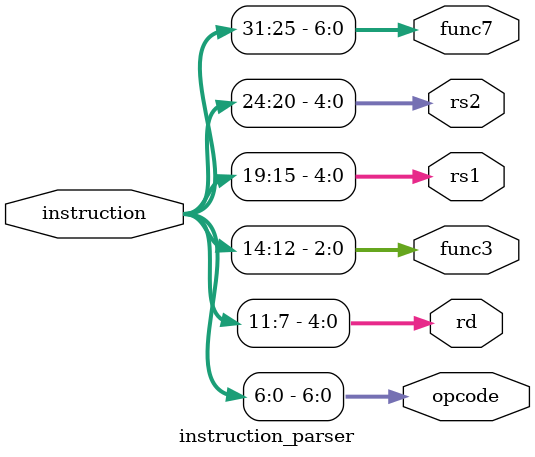
<source format=v>
`timescale 1ns / 1ps

module instruction_parser(
    input [31:0] instruction,
    output [6:0] opcode,
    output [4:0] rd,
    output [2:0] func3,
    output [4:0] rs1,
    output [4:0] rs2,
    output [6:0] func7
    );
    
    assign opcode = instruction[6:0];
    assign rd = instruction[11:7];
    assign func3 = instruction[14:12];
    assign rs1 = instruction[19:15];
    assign rs2 = instruction[24:20];
    assign func7 = instruction[31:25];
endmodule

</source>
